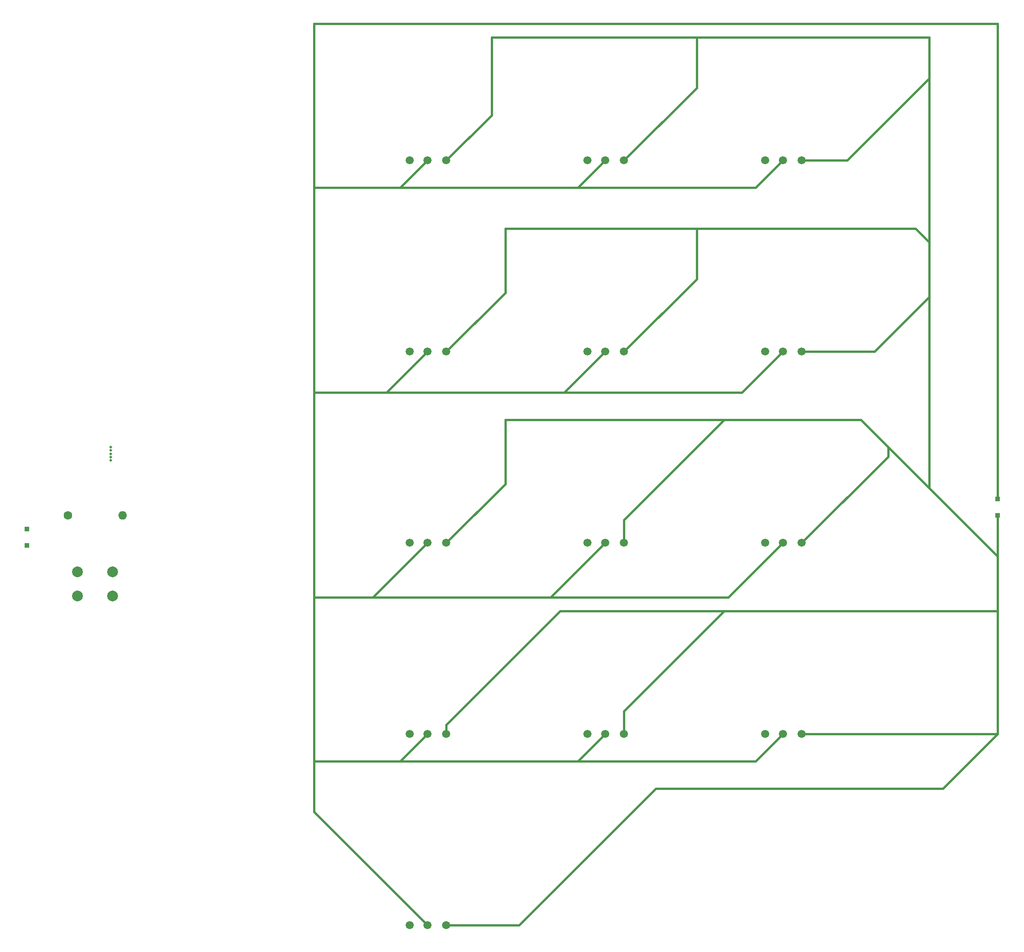
<source format=gbr>
%TF.GenerationSoftware,KiCad,Pcbnew,7.0.7-7.0.7~ubuntu20.04.1*%
%TF.CreationDate,2023-12-04T12:54:59-03:00*%
%TF.ProjectId,EA075,45413037-352e-46b6-9963-61645f706362,rev?*%
%TF.SameCoordinates,Original*%
%TF.FileFunction,Copper,L2,Bot*%
%TF.FilePolarity,Positive*%
%FSLAX46Y46*%
G04 Gerber Fmt 4.6, Leading zero omitted, Abs format (unit mm)*
G04 Created by KiCad (PCBNEW 7.0.7-7.0.7~ubuntu20.04.1) date 2023-12-04 12:54:59*
%MOMM*%
%LPD*%
G01*
G04 APERTURE LIST*
%TA.AperFunction,ComponentPad*%
%ADD10C,0.500000*%
%TD*%
%TA.AperFunction,ComponentPad*%
%ADD11R,0.850000X0.850000*%
%TD*%
%TA.AperFunction,ComponentPad*%
%ADD12C,1.500000*%
%TD*%
%TA.AperFunction,ComponentPad*%
%ADD13C,2.000000*%
%TD*%
%TA.AperFunction,ComponentPad*%
%ADD14O,1.600000X1.600000*%
%TD*%
%TA.AperFunction,ComponentPad*%
%ADD15C,1.600000*%
%TD*%
%TA.AperFunction,Conductor*%
%ADD16C,0.400000*%
%TD*%
G04 APERTURE END LIST*
D10*
%TO.P,U2,5,VDD*%
%TO.N,+3V3*%
X72660000Y-97120000D03*
%TO.P,U2,6,MICOUT*%
%TO.N,Net-(U1-IO34)*%
X72660000Y-98320000D03*
%TO.P,U2,7,GND*%
%TO.N,GND*%
X72660000Y-96520000D03*
%TO.P,U2,10,GAIN*%
%TO.N,unconnected-(U2-GAIN-Pad10)*%
X72660000Y-98920000D03*
%TO.P,U2,14,TH*%
%TO.N,unconnected-(U2-TH-Pad14)*%
X72660000Y-97720000D03*
%TD*%
D11*
%TO.P,J4,1,Pin_1*%
%TO.N,GND*%
X57010000Y-114810000D03*
%TD*%
%TO.P,J3,1,Pin_1*%
%TO.N,+3V3*%
X57010000Y-111760000D03*
%TD*%
D12*
%TO.P,M13,3,-*%
%TO.N,GND*%
X134920000Y-185420000D03*
%TO.P,M13,2,+*%
%TO.N,+5V*%
X131470000Y-185420000D03*
%TO.P,M13,1,PWM*%
%TO.N,Net-(M13-PWM)*%
X128130000Y-185420000D03*
%TD*%
%TO.P,M11,3,-*%
%TO.N,GND*%
X167940000Y-149860000D03*
%TO.P,M11,2,+*%
%TO.N,+5V*%
X164490000Y-149860000D03*
%TO.P,M11,1,PWM*%
%TO.N,Net-(M11-PWM)*%
X161150000Y-149860000D03*
%TD*%
%TO.P,M1,3,-*%
%TO.N,GND*%
X134920000Y-43180000D03*
%TO.P,M1,2,+*%
%TO.N,+5V*%
X131470000Y-43180000D03*
%TO.P,M1,1,PWM*%
%TO.N,Net-(M1-PWM)*%
X128130000Y-43180000D03*
%TD*%
%TO.P,M10,3,-*%
%TO.N,GND*%
X134920000Y-149860000D03*
%TO.P,M10,2,+*%
%TO.N,+5V*%
X131470000Y-149860000D03*
%TO.P,M10,1,PWM*%
%TO.N,Net-(M10-PWM)*%
X128130000Y-149860000D03*
%TD*%
%TO.P,M2,3,-*%
%TO.N,GND*%
X167940000Y-43180000D03*
%TO.P,M2,2,+*%
%TO.N,+5V*%
X164490000Y-43180000D03*
%TO.P,M2,1,PWM*%
%TO.N,Net-(M2-PWM)*%
X161150000Y-43180000D03*
%TD*%
D11*
%TO.P,J1,1,Pin_1*%
%TO.N,+5V*%
X237350000Y-106170000D03*
%TD*%
D12*
%TO.P,M12,3,-*%
%TO.N,GND*%
X200960000Y-149860000D03*
%TO.P,M12,2,+*%
%TO.N,+5V*%
X197510000Y-149860000D03*
%TO.P,M12,1,PWM*%
%TO.N,Net-(M12-PWM)*%
X194170000Y-149860000D03*
%TD*%
D13*
%TO.P,SW2,2,2*%
%TO.N,Net-(U1-IO33)*%
X72960000Y-124170000D03*
X66460000Y-124170000D03*
%TO.P,SW2,1,1*%
%TO.N,GND*%
X72960000Y-119670000D03*
X66460000Y-119670000D03*
%TD*%
D12*
%TO.P,M5,3,-*%
%TO.N,GND*%
X167940000Y-78740000D03*
%TO.P,M5,2,+*%
%TO.N,+5V*%
X164490000Y-78740000D03*
%TO.P,M5,1,PWM*%
%TO.N,Net-(M5-PWM)*%
X161150000Y-78740000D03*
%TD*%
%TO.P,M4,3,-*%
%TO.N,GND*%
X134920000Y-78740000D03*
%TO.P,M4,2,+*%
%TO.N,+5V*%
X131470000Y-78740000D03*
%TO.P,M4,1,PWM*%
%TO.N,Net-(M4-PWM)*%
X128130000Y-78740000D03*
%TD*%
D14*
%TO.P,R1,2*%
%TO.N,Net-(U1-IO33)*%
X74790000Y-109220000D03*
D15*
%TO.P,R1,1*%
%TO.N,+3V3*%
X64630000Y-109220000D03*
%TD*%
D12*
%TO.P,M3,3,-*%
%TO.N,GND*%
X200960000Y-43180000D03*
%TO.P,M3,2,+*%
%TO.N,+5V*%
X197510000Y-43180000D03*
%TO.P,M3,1,PWM*%
%TO.N,Net-(M3-PWM)*%
X194170000Y-43180000D03*
%TD*%
%TO.P,M6,3,-*%
%TO.N,GND*%
X200960000Y-78740000D03*
%TO.P,M6,2,+*%
%TO.N,+5V*%
X197510000Y-78740000D03*
%TO.P,M6,1,PWM*%
%TO.N,Net-(M6-PWM)*%
X194170000Y-78740000D03*
%TD*%
%TO.P,M9,3,-*%
%TO.N,GND*%
X200960000Y-114300000D03*
%TO.P,M9,2,+*%
%TO.N,+5V*%
X197510000Y-114300000D03*
%TO.P,M9,1,PWM*%
%TO.N,Net-(M9-PWM)*%
X194170000Y-114300000D03*
%TD*%
%TO.P,M7,3,-*%
%TO.N,GND*%
X134920000Y-114300000D03*
%TO.P,M7,2,+*%
%TO.N,+5V*%
X131470000Y-114300000D03*
%TO.P,M7,1,PWM*%
%TO.N,Net-(M7-PWM)*%
X128130000Y-114300000D03*
%TD*%
%TO.P,M8,3,-*%
%TO.N,GND*%
X167940000Y-114300000D03*
%TO.P,M8,2,+*%
%TO.N,+5V*%
X164490000Y-114300000D03*
%TO.P,M8,1,PWM*%
%TO.N,Net-(M8-PWM)*%
X161150000Y-114300000D03*
%TD*%
D11*
%TO.P,J2,1,Pin_1*%
%TO.N,GND*%
X237350000Y-109220000D03*
%TD*%
D16*
%TO.N,+5V*%
X131470000Y-114300000D02*
X121310000Y-124460000D01*
X159410000Y-154940000D02*
X126390000Y-154940000D01*
X110350000Y-164300000D02*
X131470000Y-185420000D01*
X110350000Y-121920000D02*
X110350000Y-154940000D01*
X153530000Y-86360000D02*
X120510000Y-86360000D01*
X131470000Y-149860000D02*
X126390000Y-154940000D01*
X154330000Y-124460000D02*
X150990000Y-124460000D01*
X156870000Y-86360000D02*
X153530000Y-86360000D01*
X237350000Y-17780000D02*
X110350000Y-17780000D01*
X164490000Y-114300000D02*
X154330000Y-124460000D01*
X110350000Y-86360000D02*
X110350000Y-83820000D01*
X192430000Y-48260000D02*
X156070000Y-48260000D01*
X187350000Y-124460000D02*
X150990000Y-124460000D01*
X237350000Y-106170000D02*
X237350000Y-17780000D01*
X189890000Y-86360000D02*
X153530000Y-86360000D01*
X120510000Y-86360000D02*
X110350000Y-86360000D01*
X156070000Y-48260000D02*
X123050000Y-48260000D01*
X110350000Y-17780000D02*
X110350000Y-48260000D01*
X159410000Y-48260000D02*
X156070000Y-48260000D01*
X131470000Y-43180000D02*
X126390000Y-48260000D01*
X131470000Y-78740000D02*
X123850000Y-86360000D01*
X164490000Y-149860000D02*
X159410000Y-154940000D01*
X126390000Y-154940000D02*
X110350000Y-154940000D01*
X150990000Y-124460000D02*
X120510000Y-124460000D01*
X164490000Y-78740000D02*
X156870000Y-86360000D01*
X110350000Y-48260000D02*
X110350000Y-83820000D01*
X110350000Y-83820000D02*
X110350000Y-121920000D01*
X197510000Y-149860000D02*
X192430000Y-154940000D01*
X197510000Y-78740000D02*
X189890000Y-86360000D01*
X120510000Y-124460000D02*
X110350000Y-124460000D01*
X126390000Y-48260000D02*
X123050000Y-48260000D01*
X123850000Y-86360000D02*
X120510000Y-86360000D01*
X164490000Y-43180000D02*
X159410000Y-48260000D01*
X197510000Y-43180000D02*
X192430000Y-48260000D01*
X123050000Y-48260000D02*
X110350000Y-48260000D01*
X197510000Y-114300000D02*
X187350000Y-124460000D01*
X121310000Y-124460000D02*
X120510000Y-124460000D01*
X110350000Y-124460000D02*
X110350000Y-121920000D01*
X192430000Y-154940000D02*
X159410000Y-154940000D01*
X110350000Y-154940000D02*
X110350000Y-164300000D01*
%TO.N,GND*%
X224650000Y-58420000D02*
X222110000Y-55880000D01*
X173850000Y-160020000D02*
X148450000Y-185420000D01*
X167940000Y-110050000D02*
X186550000Y-91440000D01*
X143370000Y-34730000D02*
X134920000Y-43180000D01*
X237350000Y-149860000D02*
X227190000Y-160020000D01*
X167940000Y-43180000D02*
X181470000Y-29650000D01*
X167940000Y-78740000D02*
X181470000Y-65210000D01*
X217030000Y-98230000D02*
X217030000Y-96520000D01*
X145910000Y-55880000D02*
X145910000Y-67750000D01*
X134920000Y-148150000D02*
X156070000Y-127000000D01*
X166230000Y-91440000D02*
X196710000Y-91440000D01*
X224650000Y-60960000D02*
X224650000Y-58420000D01*
X167940000Y-114300000D02*
X167940000Y-110050000D01*
X181470000Y-65210000D02*
X181470000Y-55880000D01*
X224650000Y-20320000D02*
X181470000Y-20320000D01*
X145910000Y-67750000D02*
X134920000Y-78740000D01*
X224650000Y-68580000D02*
X224650000Y-60960000D01*
X227190000Y-160020000D02*
X173850000Y-160020000D01*
X237350000Y-109220000D02*
X237350000Y-116840000D01*
X214490000Y-78740000D02*
X224650000Y-68580000D01*
X209410000Y-43180000D02*
X224650000Y-27940000D01*
X145910000Y-91440000D02*
X145910000Y-103310000D01*
X237350000Y-116840000D02*
X237350000Y-127000000D01*
X181470000Y-20320000D02*
X143370000Y-20320000D01*
X186550000Y-127000000D02*
X201790000Y-127000000D01*
X143370000Y-20320000D02*
X143370000Y-34730000D01*
X167940000Y-149860000D02*
X167940000Y-145610000D01*
X224650000Y-104140000D02*
X224650000Y-60960000D01*
X148450000Y-185420000D02*
X134920000Y-185420000D01*
X167940000Y-145610000D02*
X186550000Y-127000000D01*
X166230000Y-91440000D02*
X145910000Y-91440000D01*
X196710000Y-91440000D02*
X186550000Y-91440000D01*
X224650000Y-58420000D02*
X224650000Y-27940000D01*
X181470000Y-29650000D02*
X181470000Y-20320000D01*
X145910000Y-103310000D02*
X134920000Y-114300000D01*
X222110000Y-55880000D02*
X181470000Y-55880000D01*
X200960000Y-149860000D02*
X237350000Y-149860000D01*
X200960000Y-43180000D02*
X209410000Y-43180000D01*
X156070000Y-127000000D02*
X201790000Y-127000000D01*
X237350000Y-127000000D02*
X237350000Y-149860000D01*
X217030000Y-96520000D02*
X211950000Y-91440000D01*
X211950000Y-91440000D02*
X196710000Y-91440000D01*
X186550000Y-91440000D02*
X166230000Y-91440000D01*
X237350000Y-116840000D02*
X224650000Y-104140000D01*
X134920000Y-114300000D02*
X135335000Y-113885000D01*
X224650000Y-27940000D02*
X224650000Y-20320000D01*
X200960000Y-78740000D02*
X214490000Y-78740000D01*
X181470000Y-55880000D02*
X145910000Y-55880000D01*
X201790000Y-127000000D02*
X237350000Y-127000000D01*
X200960000Y-114300000D02*
X217030000Y-98230000D01*
X134920000Y-149860000D02*
X134920000Y-148150000D01*
X224650000Y-104140000D02*
X217030000Y-96520000D01*
%TD*%
M02*

</source>
